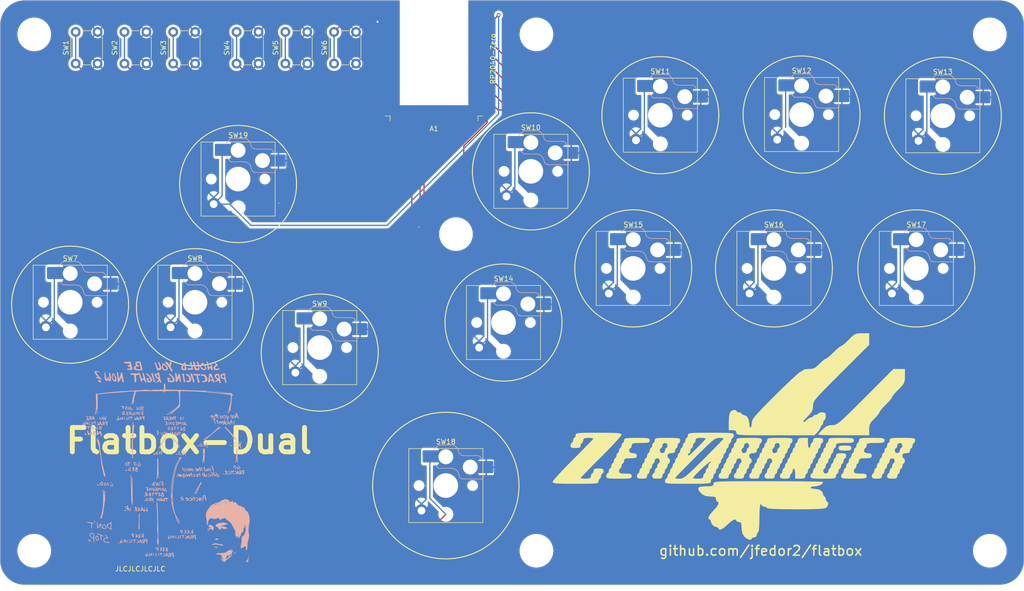
<source format=kicad_pcb>
(kicad_pcb (version 20221018) (generator pcbnew)
  (layers (0 "F.Cu" signal) (31 "B.Cu" signal) (34 "B.Paste" user) (35 "F.Paste" user) (36 "B.SilkS" user "B.Silkscreen") (37 "F.SilkS" user "F.Silkscreen") (38 "B.Mask" user) (39 "F.Mask" user) (44 "Edge.Cuts" user))
  (net 0 "")
  (net 1 "GND")
  (net 2 "LEFT")
  (net 3 "DOWN")
  (net 4 "RIGHT")
  (net 5 "UP")
  (net 6 "L1")
  (net 7 "R1")
  (net 8 "TRIANGLE")
  (net 9 "SQUARE")
  (net 10 "CIRCLE")
  (net 11 "CROSS")
  (net 12 "R2")
  (net 13 "L2")
  (net 14 "OPT1")
  (net 15 "OPT2")
  (net 16 "OPT3")
  (net 17 "OPT4")
  (net 18 "OPT5")
  (net 19 "OPT6")
  (net 23 "UP\\action")
  (footprint "PCM_Switch_Keyboard_Hotswap_Kailh:SW_Hotswap_Kailh_Choc_V1V2_Plated" (layer "F.Cu") (at 79.96535 91.98315)
    (fp_text reference "SW8" (at 0 -9) (layer "F.SilkS"))
    (fp_text value "SW_Push")
    (pad "" np_thru_hole circle (at -5.5 0) (size 1.9 1.9) (drill 1.9) (layers "*.Cu" "*.Mask"))
    (pad "" thru_hole circle (at -5 5.15) (size 2.6 2.6) (drill 1.6) (layers "*.Cu" "*.Mask") (net 3 "DOWN"))
    (pad "" np_thru_hole circle (at 0 0) (size 5.05 5.05) (drill 5.05) (layers "*.Cu" "*.Mask"))
    (pad "" np_thru_hole circle (at 5.5 0) (size 1.9 1.9) (drill 1.9) (layers "*.Cu" "*.Mask"))
    (pad "1" smd roundrect (at -2.85 -6) (size 3.85 2.5) (layers "B.Cu") (roundrect_rratio 0.1) (net 3 "DOWN"))
    (pad "1" thru_hole circle (at 0 -5.9) (size 3.6 3.6) (drill 3.05) (layers "*.Cu" "*.Mask") (net 3 "DOWN"))
    (pad "2" thru_hole circle (at 5 -3.8) (size 3.6 3.6) (drill 3.05) (layers "*.Cu" "*.Mask") (net 1 "GND"))
    (pad "2" smd roundrect (at 7.85 -3.8) (size 3.85 2.5) (layers "B.Cu") (roundrect_rratio 0.1) (net 1 "GND"))
  )
  (footprint "PCM_Switch_Keyboard_Hotswap_Kailh:SW_Hotswap_Kailh_Choc_V1V2_Plated" (layer "F.Cu") (at 105.551488 101.29307)
    (fp_text reference "SW9" (at 0 -9) (layer "F.SilkS"))
    (fp_text value "SW_Push")
    (pad "" np_thru_hole circle (at -5.5 0) (size 1.9 1.9) (drill 1.9) (layers "*.Cu" "*.Mask"))
    (pad "" thru_hole circle (at -5 5.15) (size 2.6 2.6) (drill 1.6) (layers "*.Cu" "*.Mask") (net 4 "RIGHT"))
    (pad "" np_thru_hole circle (at 0 0) (size 5.05 5.05) (drill 5.05) (layers "*.Cu" "*.Mask"))
    (pad "" np_thru_hole circle (at 5.5 0) (size 1.9 1.9) (drill 1.9) (layers "*.Cu" "*.Mask"))
    (pad "1" smd roundrect (at -2.85 -6) (size 3.85 2.5) (layers "B.Cu") (roundrect_rratio 0.1) (net 4 "RIGHT"))
    (pad "1" thru_hole circle (at 0 -5.9) (size 3.6 3.6) (drill 3.05) (layers "*.Cu" "*.Mask") (net 4 "RIGHT"))
    (pad "2" thru_hole circle (at 5 -3.8) (size 3.6 3.6) (drill 3.05) (layers "*.Cu" "*.Mask") (net 1 "GND"))
    (pad "2" smd roundrect (at 7.85 -3.8) (size 3.85 2.5) (layers "B.Cu") (roundrect_rratio 0.1) (net 1 "GND"))
  )
  (footprint "PCM_Switch_Keyboard_Hotswap_Kailh:SW_Hotswap_Kailh_Choc_V1V2_Plated" (layer "F.Cu") (at 131.42 129.62)
    (fp_text reference "SW18" (at 0 -9) (layer "F.SilkS"))
    (fp_text value "SW_Push")
    (pad "" np_thru_hole circle (at -5.5 0) (size 1.9 1.9) (drill 1.9) (layers "*.Cu" "*.Mask"))
    (pad "" thru_hole circle (at -5 5.15) (size 2.6 2.6) (drill 1.6) (layers "*.Cu" "*.Mask") (net 5 "UP"))
    (pad "" np_thru_hole circle (at 0 0) (size 5.05 5.05) (drill 5.05) (layers "*.Cu" "*.Mask"))
    (pad "" np_thru_hole circle (at 5.5 0) (size 1.9 1.9) (drill 1.9) (layers "*.Cu" "*.Mask"))
    (pad "1" smd roundrect (at -2.85 -6) (size 3.85 2.5) (layers "B.Cu") (roundrect_rratio 0.1) (net 5 "UP"))
    (pad "1" thru_hole circle (at 0 -5.9) (size 3.6 3.6) (drill 3.05) (layers "*.Cu" "*.Mask") (net 5 "UP"))
    (pad "2" thru_hole circle (at 5 -3.8) (size 3.6 3.6) (drill 3.05) (layers "*.Cu" "*.Mask") (net 1 "GND"))
    (pad "2" smd roundrect (at 7.85 -3.8) (size 3.85 2.5) (layers "B.Cu") (roundrect_rratio 0.1) (net 1 "GND"))
  )
  (footprint "PCM_Switch_Keyboard_Hotswap_Kailh:SW_Hotswap_Kailh_Choc_V1V2_Plated" (layer "F.Cu") (at 148.86 65.11)
    (fp_text reference "SW10" (at 0 -9) (layer "F.SilkS"))
    (fp_text value "SW_Push")
    (pad "" np_thru_hole circle (at -5.5 0) (size 1.9 1.9) (drill 1.9) (layers "*.Cu" "*.Mask"))
    (pad "" thru_hole circle (at -5 5.15) (size 2.6 2.6) (drill 1.6) (layers "*.Cu" "*.Mask") (net 9 "SQUARE"))
    (pad "" np_thru_hole circle (at 0 0) (size 5.05 5.05) (drill 5.05) (layers "*.Cu" "*.Mask"))
    (pad "" np_thru_hole circle (at 5.5 0) (size 1.9 1.9) (drill 1.9) (layers "*.Cu" "*.Mask"))
    (pad "1" smd roundrect (at -2.85 -6) (size 3.85 2.5) (layers "B.Cu") (roundrect_rratio 0.1) (net 9 "SQUARE"))
    (pad "1" thru_hole circle (at 0 -5.9) (size 3.6 3.6) (drill 3.05) (layers "*.Cu" "*.Mask") (net 9 "SQUARE"))
    (pad "2" thru_hole circle (at 5 -3.8) (size 3.6 3.6) (drill 3.05) (layers "*.Cu" "*.Mask") (net 1 "GND"))
    (pad "2" smd roundrect (at 7.85 -3.8) (size 3.85 2.5) (layers "B.Cu") (roundrect_rratio 0.1) (net 1 "GND"))
  )
  (footprint "PCM_Switch_Keyboard_Hotswap_Kailh:SW_Hotswap_Kailh_Choc_V1V2_Plated" (layer "F.Cu") (at 175.42 53.58)
    (fp_text reference "SW11" (at 0 -9) (layer "F.SilkS"))
    (fp_text value "SW_Push")
    (pad "" np_thru_hole circle (at -5.5 0) (size 1.9 1.9) (drill 1.9) (layers "*.Cu" "*.Mask"))
    (pad "" thru_hole circle (at -5 5.15) (size 2.6 2.6) (drill 1.6) (layers "*.Cu" "*.Mask") (net 8 "TRIANGLE"))
    (pad "" np_thru_hole circle (at 0 0) (size 5.05 5.05) (drill 5.05) (layers "*.Cu" "*.Mask"))
    (pad "" np_thru_hole circle (at 5.5 0) (size 1.9 1.9) (drill 1.9) (layers "*.Cu" "*.Mask"))
    (pad "1" smd roundrect (at -2.85 -6) (size 3.85 2.5) (layers "B.Cu") (roundrect_rratio 0.1) (net 8 "TRIANGLE"))
    (pad "1" thru_hole circle (at 0 -5.9) (size 3.6 3.6) (drill 3.05) (layers "*.Cu" "*.Mask") (net 8 "TRIANGLE"))
    (pad "2" thru_hole circle (at 5 -3.8) (size 3.6 3.6) (drill 3.05) (layers "*.Cu" "*.Mask") (net 1 "GND"))
    (pad "2" smd roundrect (at 7.85 -3.8) (size 3.85 2.5) (layers "B.Cu") (roundrect_rratio 0.1) (net 1 "GND"))
  )
  (footprint "PCM_Switch_Keyboard_Hotswap_Kailh:SW_Hotswap_Kailh_Choc_V1V2_Plated" (layer "F.Cu") (at 204.39 53.46)
    (fp_text reference "SW12" (at 0 -9) (layer "F.SilkS"))
    (fp_text value "SW_Push")
    (pad "" np_thru_hole circle (at -5.5 0) (size 1.9 1.9) (drill 1.9) (layers "*.Cu" "*.Mask"))
    (pad "" thru_hole circle (at -5 5.15) (size 2.6 2.6) (drill 1.6) (layers "*.Cu" "*.Mask") (net 7 "R1"))
    (pad "" np_thru_hole circle (at 0 0) (size 5.05 5.05) (drill 5.05) (layers "*.Cu" "*.Mask"))
    (pad "" np_thru_hole circle (at 5.5 0) (size 1.9 1.9) (drill 1.9) (layers "*.Cu" "*.Mask"))
    (pad "1" smd roundrect (at -2.85 -6) (size 3.85 2.5) (layers "B.Cu") (roundrect_rratio 0.1) (net 7 "R1"))
    (pad "1" thru_hole circle (at 0 -5.9) (size 3.6 3.6) (drill 3.05) (layers "*.Cu" "*.Mask") (net 7 "R1"))
    (pad "2" thru_hole circle (at 5 -3.8) (size 3.6 3.6) (drill 3.05) (layers "*.Cu" "*.Mask") (net 1 "GND"))
    (pad "2" smd roundrect (at 7.85 -3.8) (size 3.85 2.5) (layers "B.Cu") (roundrect_rratio 0.1) (net 1 "GND"))
  )
  (footprint "PCM_Switch_Keyboard_Hotswap_Kailh:SW_Hotswap_Kailh_Choc_V1V2_Plated" (layer "F.Cu") (at 233.36 53.7)
    (fp_text reference "SW13" (at 0 -9) (layer "F.SilkS"))
    (fp_text value "SW_Push")
    (pad "" np_thru_hole circle (at -5.5 0) (size 1.9 1.9) (drill 1.9) (layers "*.Cu" "*.Mask"))
    (pad "" thru_hole circle (at -5 5.15) (size 2.6 2.6) (drill 1.6) (layers "*.Cu" "*.Mask") (net 6 "L1"))
    (pad "" np_thru_hole circle (at 0 0) (size 5.05 5.05) (drill 5.05) (layers "*.Cu" "*.Mask"))
    (pad "" np_thru_hole circle (at 5.5 0) (size 1.9 1.9) (drill 1.9) (layers "*.Cu" "*.Mask"))
    (pad "1" smd roundrect (at -2.85 -6) (size 3.85 2.5) (layers "B.Cu") (roundrect_rratio 0.1) (net 6 "L1"))
    (pad "1" thru_hole circle (at 0 -5.9) (size 3.6 3.6) (drill 3.05) (layers "*.Cu" "*.Mask") (net 6 "L1"))
    (pad "2" thru_hole circle (at 5 -3.8) (size 3.6 3.6) (drill 3.05) (layers "*.Cu" "*.Mask") (net 1 "GND"))
    (pad "2" smd roundrect (at 7.85 -3.8) (size 3.85 2.5) (layers "B.Cu") (roundrect_rratio 0.1) (net 1 "GND"))
  )
  (footprint "PCM_Switch_Keyboard_Hotswap_Kailh:SW_Hotswap_Kailh_Choc_V1V2_Plated" (layer "F.Cu") (at 143.25 96.15)
    (fp_text reference "SW14" (at 0 -9) (layer "F.SilkS"))
    (fp_text value "SW_Push")
    (pad "" np_thru_hole circle (at -5.5 0) (size 1.9 1.9) (drill 1.9) (layers "*.Cu" "*.Mask"))
    (pad "" thru_hole circle (at -5 5.15) (size 2.6 2.6) (drill 1.6) (layers "*.Cu" "*.Mask") (net 11 "CROSS"))
    (pad "" np_thru_hole circle (at 0 0) (size 5.05 5.05) (drill 5.05) (layers "*.Cu" "*.Mask"))
    (pad "" np_thru_hole circle (at 5.5 0) (size 1.9 1.9) (drill 1.9) (layers "*.Cu" "*.Mask"))
    (pad "1" smd roundrect (at -2.85 -6) (size 3.85 2.5) (layers "B.Cu") (roundrect_rratio 0.1) (net 11 "CROSS"))
    (pad "1" thru_hole circle (at 0 -5.9) (size 3.6 3.6) (drill 3.05) (layers "*.Cu" "*.Mask") (net 11 "CROSS"))
    (pad "2" thru_hole circle (at 5 -3.8) (size 3.6 3.6) (drill 3.05) (layers "*.Cu" "*.Mask") (net 1 "GND"))
    (pad "2" smd roundrect (at 7.85 -3.8) (size 3.85 2.5) (layers "B.Cu") (roundrect_rratio 0.1) (net 1 "GND"))
  )
  (footprint "PCM_Switch_Keyboard_Hotswap_Kailh:SW_Hotswap_Kailh_Choc_V1V2_Plated" (layer "F.Cu") (at 169.86 85.04)
    (fp_text reference "SW15" (at 0 -9) (layer "F.SilkS"))
    (fp_text value "SW_Push")
    (pad "" np_thru_hole circle (at -5.5 0) (size 1.9 1.9) (drill 1.9) (layers "*.Cu" "*.Mask"))
    (pad "" thru_hole circle (at -5 5.15) (size 2.6 2.6) (drill 1.6) (layers "*.Cu" "*.Mask") (net 10 "CIRCLE"))
    (pad "" np_thru_hole circle (at 0 0) (size 5.05 5.05) (drill 5.05) (layers "*.Cu" "*.Mask"))
    (pad "" np_thru_hole circle (at 5.5 0) (size 1.9 1.9) (drill 1.9) (layers "*.Cu" "*.Mask"))
    (pad "1" smd roundrect (at -2.85 -6) (size 3.85 2.5) (layers "B.Cu") (roundrect_rratio 0.1) (net 10 "CIRCLE"))
    (pad "1" thru_hole circle (at 0 -5.9) (size 3.6 3.6) (drill 3.05) (layers "*.Cu" "*.Mask") (net 10 "CIRCLE"))
    (pad "2" thru_hole circle (at 5 -3.8) (size 3.6 3.6) (drill 3.05) (layers "*.Cu" "*.Mask") (net 1 "GND"))
    (pad "2" smd roundrect (at 7.85 -3.8) (size 3.85 2.5) (layers "B.Cu") (roundrect_rratio 0.1) (net 1 "GND"))
  )
  (footprint "PCM_Switch_Keyboard_Hotswap_Kailh:SW_Hotswap_Kailh_Choc_V1V2_Plated" (layer "F.Cu") (at 198.71 85.04)
    (fp_text reference "SW16" (at 0 -9) (layer "F.SilkS"))
    (fp_text value "SW_Push")
    (pad "" np_thru_hole circle (at -5.5 0) (size 1.9 1.9) (drill 1.9) (layers "*.Cu" "*.Mask"))
    (pad "" thru_hole circle (at -5 5.15) (size 2.6 2.6) (drill 1.6) (layers "*.Cu" "*.Mask") (net 12 "R2"))
    (pad "" np_thru_hole circle (at 0 0) (size 5.05 5.05) (drill 5.05) (layers "*.Cu" "*.Mask"))
    (pad "" np_thru_hole circle (at 5.5 0) (size 1.9 1.9) (drill 1.9) (layers "*.Cu" "*.Mask"))
    (pad "1" smd roundrect (at -2.85 -6) (size 3.85 2.5) (layers "B.Cu") (roundrect_rratio 0.1) (net 12 "R2"))
    (pad "1" thru_hole circle (at 0 -5.9) (size 3.6 3.6) (drill 3.05) (layers "*.Cu" "*.Mask") (net 12 "R2"))
    (pad "2" thru_hole circle (at 5 -3.8) (size 3.6 3.6) (drill 3.05) (layers "*.Cu" "*.Mask") (net 1 "GND"))
    (pad "2" smd roundrect (at 7.85 -3.8) (size 3.85 2.5) (layers "B.Cu") (roundrect_rratio 0.1) (net 1 "GND"))
  )
  (footprint "PCM_Switch_Keyboard_Hotswap_Kailh:SW_Hotswap_Kailh_Choc_V1V2_Plated" (layer "F.Cu") (at 227.92 85.04)
    (fp_text reference "SW17" (at 0 -9) (layer "F.SilkS"))
    (fp_text value "SW_Push")
    (pad "" np_thru_hole circle (at -5.5 0) (size 1.9 1.9) (drill 1.9) (layers "*.Cu" "*.Mask"))
    (pad "" thru_hole circle (at -5 5.15) (size 2.6 2.6) (drill 1.6) (layers "*.Cu" "*.Mask") (net 13 "L2"))
    (pad "" np_thru_hole circle (at 0 0) (size 5.05 5.05) (drill 5.05) (layers "*.Cu" "*.Mask"))
    (pad "" np_thru_hole circle (at 5.5 0) (size 1.9 1.9) (drill 1.9) (layers "*.Cu" "*.Mask"))
    (pad "1" smd roundrect (at -2.85 -6) (size 3.85 2.5) (layers "B.Cu") (roundrect_rratio 0.1) (net 13 "L2"))
    (pad "1" thru_hole circle (at 0 -5.9) (size 3.6 3.6) (drill 3.05) (layers "*.Cu" "*.Mask") (net 13 "L2"))
    (pad "2" thru_hole circle (at 5 -3.8) (size 3.6 3.6) (drill 3.05) (layers "*.Cu" "*.Mask") (net 1 "GND"))
    (pad "2" smd roundrect (at 7.85 -3.8) (size 3.85 2.5) (layers "B.Cu") (roundrect_rratio 0.1) (net 1 "GND"))
  )
  (footprint "MountingHole:MountingHole_6.4mm_M6" (layer "F.Cu") (at 47 37)
    (fp_text reference "H1" hide)
    (fp_text value "MountingHole")
    (pad "" np_thru_hole circle (at 0 0) (size 6.4 6.4) (drill 6.4) (layers "*.Cu" "*.Mask"))
  )
  (footprint "MountingHole:MountingHole_6.4mm_M6" (layer "F.Cu") (at 47 143)
    (fp_text reference "H4" hide)
    (fp_text value "MountingHole")
    (pad "" np_thru_hole circle (at 0 0) (size 6.4 6.4) (drill 6.4) (layers "*.Cu" "*.Mask"))
  )
  (footprint "MountingHole:MountingHole_6.4mm_M6" (layer "F.Cu") (at 243 143)
    (fp_text reference "H6" hide)
    (fp_text value "MountingHole")
    (pad "" np_thru_hole circle (at 0 0) (size 6.4 6.4) (drill 6.4) (layers "*.Cu" "*.Mask"))
  )
  (footprint "MountingHole:MountingHole_6.4mm_M6" (layer "F.Cu") (at 243 37)
    (fp_text reference "H3" hide)
    (fp_text value "MountingHole")
    (pad "" np_thru_hole circle (at 0 0) (size 6.4 6.4) (drill 6.4) (layers "*.Cu" "*.Mask"))
  )
  (footprint "PCM_Switch_Keyboard_Hotswap_Kailh:SW_Hotswap_Kailh_Choc_V1V2_Plated" (layer "F.Cu") (at 54.385121 91.98315)
    (fp_text reference "SW7" (at 0 -9) (layer "F.SilkS"))
    (fp_text value "SW_Push")
    (pad "" np_thru_hole circle (at -5.5 0) (size 1.9 1.9) (drill 1.9) (layers "*.Cu" "*.Mask"))
    (pad "" thru_hole circle (at -5 5.15) (size 2.6 2.6) (drill 1.6) (layers "*.Cu" "*.Mask") (net 2 "LEFT"))
    (pad "" np_thru_hole circle (at 0 0) (size 5.05 5.05) (drill 5.05) (layers "*.Cu" "*.Mask"))
    (pad "" np_thru_hole circle (at 5.5 0) (size 1.9 1.9) (drill 1.9) (layers "*.Cu" "*.Mask"))
    (pad "1" smd roundrect (at -2.85 -6) (size 3.85 2.5) (layers "B.Cu") (roundrect_rratio 0.1) (net 2 "LEFT"))
    (pad "1" thru_hole circle (at 0 -5.9) (size 3.6 3.6) (drill 3.05) (layers "*.Cu" "*.Mask") (net 2 "LEFT"))
    (pad "2" thru_hole circle (at 5 -3.8) (size 3.6 3.6) (drill 3.05) (layers "*.Cu" "*.Mask") (net 1 "GND"))
    (pad "2" smd roundrect (at 7.85 -3.8) (size 3.85 2.5) (layers "B.Cu") (roundrect_rratio 0.1) (net 1 "GND"))
  )
  (footprint "MountingHole:MountingHole_6.4mm_M6" (layer "F.Cu") (at 150 37)
    (fp_text reference "H2" hide)
    (fp_text value "MountingHole")
    (pad "" np_thru_hole circle (at 0 0) (size 6.4 6.4) (drill 6.4) (layers "*.Cu" "*.Mask"))
  )
  (footprint "Button_Switch_THT:SW_PUSH_6mm_H5mm" (layer "F.Cu") (at 88.5 43 90)
    (fp_text reference "SW4" (at 3.25 -2 90) (layer "F.SilkS"))
    (fp_text value "SW_Push")
    (pad "1" thru_hole circle (at 0 0 180) (size 2 2) (drill 1.1) (layers "*.Cu" "*.Mask") (net 17 "OPT4"))
    (pad "1" thru_hole circle (at 6.5 0 180) (size 2 2) (drill 1.1) (layers "*.Cu" "*.Mask") (net 17 "OPT4"))
    (pad "2" thru_hole circle (at 0 4.5 180) (size 2 2) (drill 1.1) (layers "*.Cu" "*.Mask") (net 1 "GND"))
    (pad "2" thru_hole circle (at 6.5 4.5 180) (size 2 2) (drill 1.1) (layers "*.Cu" "*.Mask") (net 1 "GND"))
  )
  (footprint "Button_Switch_THT:SW_PUSH_6mm_H5mm" (layer "F.Cu") (at 65.5 43 90)
    (fp_text reference "SW2" (at 3.25 -2 90) (layer "F.SilkS"))
    (fp_text value "SW_Push")
    (pad "1" thru_hole circle (at 0 0 180) (size 2 2) (drill 1.1) (layers "*.Cu" "*.Mask") (net 15 "OPT2"))
    (pad "1" thru_hole circle (at 6.5 0 180) (size 2 2) (drill 1.1) (layers "*.Cu" "*.Mask") (net 15 "OPT2"))
    (pad "2" thru_hole circle (at 0 4.5 180) (size 2 2) (drill 1.1) (layers "*.Cu" "*.Mask") (net 1 "GND"))
    (pad "2" thru_hole circle (at 6.5 4.5 180) (size 2 2) (drill 1.1) (layers "*.Cu" "*.Mask") (net 1 "GND"))
  )
  (footprint "Button_Switch_THT:SW_PUSH_6mm_H5mm" (layer "F.Cu") (at 98.5 43 90)
    (fp_text reference "SW5" (at 3.25 -2 90) (layer "F.SilkS"))
    (fp_text value "SW_Push")
    (pad "1" thru_hole circle (at 0 0 180) (size 2 2) (drill 1.1) (layers "*.Cu" "*.Mask") (net 18 "OPT5"))
    (pad "1" thru_hole circle (at 6.5 0 180) (size 2 2) (drill 1.1) (layers "*.Cu" "*.Mask") (net 18 "OPT5"))
    (pad "2" thru_hole circle (at 0 4.5 180) (size 2 2) (drill 1.1) (layers "*.Cu" "*.Mask") (net 1 "GND"))
    (pad "2" thru_hole circle (at 6.5 4.5 180) (size 2 2) (drill 1.1) (layers "*.Cu" "*.Mask") (net 1 "GND"))
  )
  (footprint "Button_Switch_THT:SW_PUSH_6mm_H5mm" (layer "F.Cu") (at 55.5 43 90)
    (fp_text reference "SW1" (at 3.25 -2 90) (layer "F.SilkS"))
    (fp_text value "SW_Push")
    (pad "1" thru_hole circle (at 0 0 180) (size 2 2) (drill 1.1) (layers "*.Cu" "*.Mask") (net 14 "OPT1"))
    (pad "1" thru_hole circle (at 6.5 0 180) (size 2 2) (drill 1.1) (layers "*.Cu" "*.Mask") (net 14 "OPT1"))
    (pad "2" thru_hole circle (at 0 4.5 180) (size 2 2) (drill 1.1) (layers "*.Cu" "*.Mask") (net 1 "GND"))
    (pad "2" thru_hole circle (at 6.5 4.5 180) (size 2 2) (drill 1.1) (layers "*.Cu" "*.Mask") (net 1 "GND"))
  )
  (footprint "Button_Switch_THT:SW_PUSH_6mm_H5mm" (layer "F.Cu") (at 75.5 43 90)
    (fp_text reference "SW3" (at 3.25 -2 90) (layer "F.SilkS"))
    (fp_text value "SW_Push")
    (pad "1" thru_hole circle (at 0 0 180) (size 2 2) (drill 1.1) (layers "*.Cu" "*.Mask") (net 16 "OPT3"))
    (pad "1" thru_hole circle (at 6.5 0 180) (size 2 2) (drill 1.1) (layers "*.Cu" "*.Mask") (net 16 "OPT3"))
    (pad "2" thru_hole circle (at 0 4.5 180) (size 2 2) (drill 1.1) (layers "*.Cu" "*.Mask") (net 1 "GND"))
    (pad "2" thru_hole circle (at 6.5 4.5 180) (size 2 2) (drill 1.1) (layers "*.Cu" "*.Mask") (net 1 "GND"))
  )
  (footprint "Button_Switch_THT:SW_PUSH_6mm_H5mm" (layer "F.Cu") (at 108.5 43 90)
    (fp_text reference "SW6" (at 3.25 -2 90) (layer "F.SilkS"))
    (fp_text value "SW_Push")
    (pad "1" thru_hole circle (at 0 0 180) (size 2 2) (drill 1.1) (layers "*.Cu" "*.Mask") (net 19 "OPT6"))
    (pad "1" thru_hole circle (at 6.5 0 180) (size 2 2) (drill 1.1) (layers "*.Cu" "*.Mask") (net 19 "OPT6"))
    (pad "2" thru_hole circle (at 0 4.5 180) (size 2 2) (drill 1.1) (layers "*.Cu" "*.Mask") (net 1 "GND"))
    (pad "2" thru_hole circle (at 6.5 4.5 180) (size 2 2) (drill 1.1) (layers "*.Cu" "*.Mask") (net 1 "GND"))
  )
  (footprint "MountingHole:MountingHole_6.4mm_M6" (layer "F.Cu") (at 133.5 78)
    (fp_text reference "H7" hide)
    (fp_text value "MountingHole")
    (pad "" np_thru_hole circle (at 0 0) (size 6.4 6.4) (drill 6.4) (layers "*.Cu" "*.Mask"))
  )
  (footprint "MountingHole:MountingHole_6.4mm_M6" (layer "F.Cu") (at 150 143)
    (fp_text reference "H5" hide)
    (fp_text value "MountingHole")
    (pad "" np_thru_hole circle (at 0 0) (size 6.4 6.4) (drill 6.4) (layers "*.Cu" "*.Mask"))
  )
  (footprint "RP2040-Zero:RP2040-Zero" (layer "F.Cu") (at 129 42)
    (fp_text reference "A1" (at 0 14.35 unlocked) (layer "F.SilkS"))
    (fp_text value "RP2040-Zero")
    (pad "1" smd roundrect (at 9.16 -10.16 180) (size 3 1.524) (layers "F.Cu" "F.Paste" "F.Mask"))
    (pad "2" smd roundrect (at 9.16 -7.62 180) (size 3 1.524) (layers "F.Cu" "F.Paste" "F.Mask") (net 23 "UP\\action"))
    (pad "3" smd roundrect (at 9.16 -5.08 180) (size 3 1.524) (layers "F.Cu" "F.Paste" "F.Mask") (net 6 "L1"))
    (pad "4" smd roundrect (at 9.16 -2.54 180) (size 3 1.524) (layers "F.Cu" "F.Paste" "F.Mask") (net 13 "L2"))
    (pad "5" smd roundrect (at 9.16 0 180) (size 3 1.524) (layers "F.Cu" "F.Paste" "F.Mask") (net 7 "R1"))
    (pad "6" smd roundrect (at 9.16 2.54 180) (size 3 1.524) (layers "F.Cu" "F.Paste" "F.Mask") (net 12 "R2"))
    (pad "7" smd roundrect (at 9.16 5.08 180) (size 3 1.524) (layers "F.Cu" "F.Paste" "F.Mask") (net 8 "TRIANGLE"))
    (pad "8" smd roundrect (at 9.16 7.62 180) (size 3 1.524) (layers "F.Cu" "F.Paste" "F.Mask") (net 10 "CIRCLE"))
    (pad "9" smd roundrect (at 9.16 10.16 180) (size 3 1.524) (layers "F.Cu" "F.Paste" "F.Mask") (net 9 "SQUARE"))
    (pad "10" smd roundrect (at 5.08 11.7 270) (size 3 1.524) (layers "F.Cu" "F.Paste" "F.Mask") (net 11 "CROSS"))
    (pad "11" smd roundrect (at 2.54 11.7 270) (size 3 1.524) (layers "F.Cu" "F.Paste" "F.Mask") (net 5 "UP"))
    (pad "12" smd roundrect (at 0 11.7 270) (size 3 1.524) (layers "F.Cu" "F.Paste" "F.Mask") (net 4 "RIGHT"))
    (pad "13" smd roundrect (at -2.54 11.7 270) (size 3 1.524) (layers "F.Cu" "F.Paste" "F.Mask") (net 3 "DOWN"))
    (pad "14" smd roundrect (at -5.08 11.7 90) (size 3 1.524) (layers "F.Cu" "F.Paste" "F.Mask") (net 2 "LEFT"))
    (pad "15" smd roundrect (at -9.16 10.16 180) (size 3 1.524) (layers "F.Cu" "F.Paste" "F.Mask") (net 14 "OPT1"))
    (pad "16" smd roundrect (at -9.16 7.62 180) (size 3 1.524) (layers "F.Cu" "F.Paste" "F.Mask") (net 15 "OPT2"))
    (pad "17" smd roundrect (at -9.16 5.08 180) (size 3 1.524) (layers "F.Cu" "F.Paste" "F.Mask") (net 16 "OPT3"))
    (pad "18" smd roundrect (at -9.16 2.54 180) (size 3 1.524) (layers "F.Cu" "F.Paste" "F.Mask") (net 17 "OPT4"))
    (pad "19" smd roundrect (at -9.16 0 180) (size 3 1.524) (layers "F.Cu" "F.Paste" "F.Mask") (net 18 "OPT5"))
    (pad "20" smd roundrect (at -9.16 -2.54 180) (size 3 1.524) (layers "F.Cu" "F.Paste" "F.Mask") (net 19 "OPT6"))
    (pad "21" smd roundrect (at -9.16 -5.08 180) (size 3 1.524) (layers "F.Cu" "F.Paste" "F.Mask"))
    (pad "22" smd roundrect (at -9.16 -10.16 180) (size 3 1.524) (layers "F.Cu" "F.Paste" "F.Mask"))
    (pad "23" smd roundrect (at -9.16 -7.62 180) (size 3 1.524) (layers "F.Cu" "F.Paste" "F.Mask") (net 1 "GND"))
  )
  (footprint "LOGO" (layer "F.Cu") (at 190.5 121.92)
    (fp_text reference "G***" hide)
    (fp_text value "LOGO" hide)
  )
  (footprint "PCM_Switch_Keyboard_Hotswap_Kailh:SW_Hotswap_Kailh_Choc_V1V2_Plated" (layer "F.Cu") (at 88.811691 66.698889)
    (fp_text reference "SW19" (at 0 -9) (layer "F.SilkS"))
    (fp_text value "SW_Push")
    (pad "" np_thru_hole circle (at -5.5 0) (size 1.9 1.9) (drill 1.9) (layers "*.Cu" "*.Mask"))
    (pad "" thru_hole circle (at -5 5.15) (size 2.6 2.6) (drill 1.6) (layers "*.Cu" "*.Mask") (net 23 "UP\\action"))
    (pad "" np_thru_hole circle (at 0 0) (size 5.05 5.05) (drill 5.05) (layers "*.Cu" "*.Mask"))
    (pad "" np_thru_hole circle (at 5.5 0) (size 1.9 1.9) (drill 1.9) (layers "*.Cu" "*.Mask"))
    (pad "1" smd roundrect (at -2.85 -6) (size 3.85 2.5) (layers "B.Cu") (roundrect_rratio 0.1) (net 23 "UP\\action"))
    (pad "1" thru_hole circle (at 0 -5.9) (size 3.6 3.6) (drill 3.05) (layers "*.Cu" "*.Mask") (net 23 "UP\\action"))
    (pad "2" thru_hole circle (at 5 -3.8) (size 3.6 3.6) (drill 3.05) (layers "*.Cu" "*.Mask") (net 1 "GND"))
    (pad "2" smd roundrect (at 7.85 -3.8) (size 3.85 2.5) (layers "B.Cu") (roundrect_rratio 0.1) (net 1 "GND"))
  )
  (footprint "LOGO" (layer "B.Cu") (at 73.66 124.46 180)
    (fp_text reference "G***" hide)
    (fp_text value "LOGO" hide)
  )
  (gr_line (start 216.382567 53.463258) (end 216.382567 53.463258) (stroke (width 0.2)) (layer "F.SilkS"))
  (gr_line (start 245.355098 53.699766) (end 245.355098 53.699766) (stroke (width 0.2)) (layer "F.SilkS"))
  (gr_curve (pts (xy 68.689181 88.90075) (xy 70.158811 84.862974) (xy 73.665117 81.913834) (xy 77.887306 81.164244)) (stroke (width 0.2)) (layer "F.SilkS"))
  (gr_curve (pts (xy 89.158672 85.266686) (xy 91.911229 88.554874) (xy 92.701546 93.067857) (xy 91.231914 97.105635)) (stroke (width 0.2)) (layer "F.SilkS"))
  (gr_curve (pts (xy 181.412661 63.9974) (xy 177.701476 66.145857) (xy 173.129108 66.145857) (xy 169.417923 63.9974)) (stroke (width 0.2)) (layer "F.SilkS"))
  (gr_curve (pts (xy 233.918028 74.621539) (xy 237.629213 76.769996) (xy 239.915397 80.740507) (xy 239.915397 85.037421)) (stroke (width 0.2)) (layer "F.SilkS"))
  (gr_line (start 187.41003 53.581518) (end 187.41003 53.581518) (stroke (width 0.2)) (layer "F.SilkS"))
  (gr_curve (pts (xy 233.918028 95.453303) (xy 230.206843 97.601759) (xy 225.634475 97.601759) (xy 221.92329 95.453303)) (stroke (width 0.2)) (layer "F.SilkS"))
  (gr_curve (pts (xy 123.913745 142.649412) (xy 119.271238 139.9618) (xy 116.411337 134.994889) (xy 116.411337 129.619665)) (stroke (width 0.2)) (layer "F.SilkS"))
  (gr_curve (pts (xy 204.70893 95.453303) (xy 200.997745 97.601759) (xy 196.425377 97.601759) (xy 192.714192 95.453303)) (stroke (width 0.2)) (layer "F.SilkS"))
  (gr_curve (pts (xy 192.714192 74.621539) (xy 196.425377 72.473082) (xy 200.997745 72.473082) (xy 204.70893 74.621539)) (stroke (width 0.2)) (layer "F.SilkS"))
  (gr_curve (pts (xy 239.915397 85.037421) (xy 239.915397 89.334334) (xy 237.629213 93.304846) (xy 233.918028 95.453303)) (stroke (width 0.2)) (layer "F.SilkS"))
  (gr_curve (pts (xy 142.865684 75.530868) (xy 139.154499 73.382411) (xy 136.868315 69.4119) (xy 136.868315 65.114986)) (stroke (width 0.2)) (layer "F.SilkS"))
  (gr_curve (pts (xy 210.706299 85.037421) (xy 210.706299 89.334334) (xy 208.420115 93.304846) (xy 204.70893 95.453303)) (stroke (width 0.2)) (layer "F.SilkS"))
  (gr_curve (pts (xy 210.385198 43.047376) (xy 214.096383 45.195832) (xy 216.382567 49.166344) (xy 216.382567 53.463258)) (stroke (width 0.2)) (layer "F.SilkS"))
  (gr_line (start 181.852021 85.037421) (end 181.852021 85.037421) (stroke (width 0.2)) (layer "F.SilkS"))
  (gr_curve (pts (xy 221.92329 95.453303) (xy 218.212105 93.304846) (xy 215.925921 89.334334) (xy 215.925921 85.037421)) (stroke (width 0.2)) (layer "F.SilkS"))
  (gr_curve (pts (xy 82.033789 104.842141) (xy 77.8116 105.591729) (xy 73.514981 104.027887) (xy 70.762423 100.739699)) (stroke (width 0.2)) (layer "F.SilkS"))
  (gr_curve (pts (xy 175.854652 95.453303) (xy 172.143467 97.601759) (xy 167.571099 97.601759) (xy 163.859914 95.453303)) (stroke (width 0.2)) (layer "F.SilkS"))
  (gr_line (start 239.915397 85.037421) (end 239.915397 85.037421) (stroke (width 0.2)) (layer "F.SilkS"))
  (gr_curve (pts (xy 186.716823 85.037421) (xy 186.716823 80.740507) (xy 189.003008 76.769996) (xy 192.714192 74.621539)) (stroke (width 0.2)) (layer "F.SilkS"))
  (gr_curve (pts (xy 138.918561 142.649412) (xy 134.276055 145.337024) (xy 128.556251 145.337024) (xy 123.913745 142.649412)) (stroke (width 0.2)) (layer "F.SilkS"))
  (gr_curve (pts (xy 169.417923 43.165636) (xy 173.129108 41.01718) (xy 177.701476 41.01718) (xy 181.412661 43.165636)) (stroke (width 0.2)) (layer "F.SilkS"))
  (gr_curve (pts (xy 63.55 84.75) (xy 66.302557 88.038189) (xy 67.092873 92.551171) (xy 65.623242 96.588949)) (stroke (width 0.2)) (layer "F.SilkS"))
  (gr_curve (pts (xy 245.355098 53.699766) (xy 245.355097 60.342218) (xy 239.98487 65.72699) (xy 233.36036 65.72699)) (stroke (width 0.2)) (layer "F.SilkS"))
  (gr_curve (pts (xy 160.857791 65.114986) (xy 160.857791 69.4119) (xy 158.571607 73.382411) (xy 154.860422 75.530868)) (stroke (width 0.2)) (layer "F.SilkS"))
  (gr_curve (pts (xy 52.278634 80.647558) (xy 56.500822 79.897969) (xy 60.797443 81.461811) (xy 63.55 84.75)) (stroke (width 0.2)) (layer "F.SilkS"))
  (gr_curve (pts (xy 131.255108 96.153426) (xy 131.255108 91.856513) (xy 133.541293 87.886001) (xy 137.252477 85.737546)) (stroke (width 0.2)) (layer "F.SilkS"))
  (gr_curve (pts (xy 192.393091 53.463258) (xy 192.393091 49.166344) (xy 194.679275 45.195832) (xy 198.39046 43.047376)) (stroke (width 0.2)) (layer "F.SilkS"))
  (gr_curve (pts (xy 107.626071 114.15697) (xy 103.403884 114.906559) (xy 99.107263 113.342717) (xy 96.354705 110.054529)) (stroke (width 0.2)) (layer "F.SilkS"))
  (gr_curve (pts (xy 94.281464 98.21558) (xy 95.751095 94.177801) (xy 99.257399 91.228663) (xy 103.479588 90.479074)) (stroke (width 0.2)) (layer "F.SilkS"))
  (gr_curve (pts (xy 137.252477 85.737546) (xy 140.963662 83.589088) (xy 145.53603 83.589088) (xy 149.247215 85.737546)) (stroke (width 0.2)) (layer "F.SilkS"))
  (gr_curve (pts (xy 154.860422 54.699104) (xy 158.571607 56.847561) (xy 160.857791 60.818073) (xy 160.857791 65.114986)) (stroke (width 0.2)) (layer "F.SilkS"))
  (gr_curve (pts (xy 98.005014 59.982425) (xy 100.757571 63.270615) (xy 101.547887 67.783597) (xy 100.078256 71.821374)) (stroke (width 0.2)) (layer "F.SilkS"))
  (gr_curve (pts (xy 221.92329 74.621539) (xy 225.634475 72.473082) (xy 230.206843 72.473082) (xy 233.918028 74.621539)) (stroke (width 0.2)) (layer "F.SilkS"))
  (gr_line (start 155.244584 96.153426) (end 155.244584 96.153426) (stroke (width 0.2)) (layer "F.SilkS"))
  (gr_curve (pts (xy 181.852021 85.037421) (xy 181.852021 89.334334) (xy 179.565837 93.304846) (xy 175.854652 95.453303)) (stroke (width 0.2)) (layer "F.SilkS"))
  (gr_curve (pts (xy 138.918561 116.589918) (xy 143.561067 119.277529) (xy 146.420969 124.244441) (xy 146.420969 129.619665)) (stroke (width 0.2)) (layer "F.SilkS"))
  (gr_curve (pts (xy 56.425117 104.325455) (xy 52.202929 105.075044) (xy 47.906309 103.511202) (xy 45.153751 100.223013)) (stroke (width 0.2)) (layer "F.SilkS"))
  (gr_curve (pts (xy 227.362991 43.283884) (xy 231.074176 41.135427) (xy 235.646544 41.135427) (xy 239.357729 43.283884)) (stroke (width 0.2)) (layer "F.SilkS"))
  (gr_curve (pts (xy 169.417923 63.9974) (xy 165.706739 61.848943) (xy 163.420555 57.878432) (xy 163.420555 53.581518)) (stroke (width 0.2)) (layer "F.SilkS"))
  (gr_curve (pts (xy 116.411337 129.619665) (xy 116.411337 124.244441) (xy 119.271238 119.277529) (xy 123.913745 116.589918)) (stroke (width 0.2)) (layer "F.SilkS"))
  (gr_line (start 160.857791 65.114986) (end 160.857791 65.114986) (stroke (width 0.2)) (layer "F.SilkS"))
  (gr_curve (pts (xy 149.247215 85.737546) (xy 152.9584 87.886001) (xy 155.244584 91.856513) (xy 155.244584 96.153426)) (stroke (width 0.2)) (layer "F.SilkS"))
  (gr_curve (pts (xy 215.925921 85.037421) (xy 215.925921 80.740507) (xy 218.212105 76.769996) (xy 221.92329 74.621539)) (stroke (width 0.2)) (layer "F.SilkS"))
  (gr_curve (pts (xy 163.859914 95.453303) (xy 160.148729 93.304846) (xy 157.862545 89.334334) (xy 157.862545 85.037421)) (stroke (width 0.2)) (layer "F.SilkS"))
  (gr_curve (pts (xy 181.412661 43.165636) (xy 185.123846 45.314093) (xy 187.41003 49.284605) (xy 187.41003 53.581518)) (stroke (width 0.2)) (layer "F.SilkS"))
  (gr_curve (pts (xy 163.859914 74.621539) (xy 167.571099 72.473082) (xy 172.143467 72.473082) (xy 175.854652 74.621539)) (stroke (width 0.2)) (layer "F.SilkS"))
  (gr_curve (pts (xy 239.357729 43.283884) (xy 243.068914 45.432341) (xy 245.355098 49.402853) (xy 245.355098 53.699766)) (stroke (width 0.2)) (layer "F.SilkS"))
  (gr_curve (pts (xy 65.623242 96.588949) (xy 64.153612 100.626724) (xy 60.647306 103.575866) (xy 56.425117 104.325455)) (stroke (width 0.2)) (layer "F.SilkS"))
  (gr_curve (pts (xy 163.420555 53.581518) (xy 163.420555 49.284605) (xy 165.706739 45.314093) (xy 169.417923 43.165636)) (stroke (width 0.2)) (layer "F.SilkS"))
  (gr_line (start 65.655028 87.79641) (end 65.655028 87.79641) (stroke (width 0.2)) (layer "F.SilkS"))
  (gr_curve (pts (xy 103.479588 90.479074) (xy 107.701777 89.729484) (xy 111.998397 91.293326) (xy 114.750954 94.581515)) (stroke (width 0.2)) (layer "F.SilkS"))
  (gr_curve (pts (xy 146.420969 129.619665) (xy 146.420969 134.994889) (xy 143.561067 139.9618) (xy 138.918561 142.649412)) (stroke (width 0.2)) (layer "F.SilkS"))
  (gr_curve (pts (xy 157.862545 85.037421) (xy 157.862545 80.740507) (xy 160.148729 76.769996) (xy 163.859914 74.621539)) (stroke (width 0.2)) (layer "F.SilkS"))
  (gr_curve (pts (xy 79.608765 75.455438) (xy 76.856207 72.167249) (xy 76.065891 67.654268) (xy 77.535523 63.616489)) (stroke (width 0.2)) (layer "F.SilkS"))
  (gr_curve (pts (xy 114.750954 94.581515) (xy 117.503512 97.869705) (xy 118.293828 102.382685) (xy 116.824196 106.420464)) (stroke (width 0.2)) (layer "F.SilkS"))
  (gr_curve (pts (xy 123.913745 116.589918) (xy 128.556251 113.902306) (xy 134.276055 113.902306) (xy 138.918561 116.589918)) (stroke (width 0.2)) (layer "F.SilkS"))
  (gr_curve (pts (xy 96.354705 110.054529) (xy 93.602148 106.766339) (xy 92.811834 102.253357) (xy 94.281464 98.21558)) (stroke (width 0.2)) (layer "F.SilkS"))
  (gr_curve (pts (xy 210.385198 63.879139) (xy 206.674013 66.027596) (xy 202.101645 66.027596) (xy 198.39046 63.879139)) (stroke (width 0.2)) (layer "F.SilkS"))
  (gr_curve (pts (xy 221.365622 53.699766) (xy 221.365622 49.402853) (xy 223.651806 45.432341) (xy 227.362991 43.283884)) (stroke (width 0.2)) (layer "F.SilkS"))
  (gr_curve (pts (xy 70.762423 100.739699) (xy 68.009866 97.45151) (xy 67.21955 92.938528) (xy 68.689181 88.90075)) (stroke (width 0.2)) (layer "F.SilkS"))
  (gr_curve (pts (xy 187.41003 53.581518) (xy 187.41003 57.878432) (xy 185.123846 61.848943) (xy 181.412661 63.9974)) (stroke (width 0.2)) (layer "F.SilkS"))
  (gr_curve (pts (xy 198.39046 63.879139) (xy 194.679275 61.730683) (xy 192.393091 57.760171) (xy 192.393091 53.463258)) (stroke (width 0.2)) (layer "F.SilkS"))
  (gr_curve (pts (xy 137.252477 106.569308) (xy 133.541293 104.420852) (xy 131.255108 100.45034) (xy 131.255108 96.153426)) (stroke (width 0.2)) (layer "F.SilkS"))
  (gr_curve (pts (xy 77.887306 81.164244) (xy 82.109494 80.414656) (xy 86.406114 81.978498) (xy 89.158672 85.266686)) (stroke (width 0.2)) (layer "F.SilkS"))
  (gr_curve (pts (xy 136.868315 65.114986) (xy 136.868315 60.818073) (xy 139.154499 56.847561) (xy 142.865684 54.699104)) (stroke (width 0.2)) (layer "F.SilkS"))
  (gr_line (start 125.917273 76.523042) (end 125.917273 76.523042) (stroke (width 0.2)) (layer "F.SilkS"))
  (gr_line (start 97.130699 71.64215) (end 97.130699 71.64215) (stroke (width 0.2)) (layer "F.SilkS"))
  (gr_curve (pts (xy 77.535523 63.616489) (xy 79.005153 59.578713) (xy 82.511459 56.629572) (xy 86.733648 55.879982)) (stroke (width 0.2)) (layer "F.SilkS"))
  (gr_curve (pts (xy 149.247215 106.569308) (xy 145.53603 108.717765) (xy 140.963662 108.717765) (xy 137.252477 106.569308)) (stroke (width 0.2)) (layer "F.SilkS"))
  (gr_curve (pts (xy 100.078256 71.821374) (xy 98.608625 75.859152) (xy 95.10232 78.808291) (xy 90.880131 79.55788)) (stroke (width 0.2)) (layer "F.SilkS"))
  (gr_curve (pts (xy 155.244584 96.153426) (xy 155.244584 100.45034) (xy 152.9584 104.420852) (xy 149.247215 106.569308)) (stroke (width 0.2)) (layer "F.SilkS"))
  (gr_curve (pts (xy 91.231914 97.105635) (xy 89.762283 101.143412) (xy 86.255978 104.092551) (xy 82.033789 104.842141)) (stroke (width 0.2)) (layer "F.SilkS"))
  (gr_curve (pts (xy 192.714192 95.453303) (xy 189.003008 93.304846) (xy 186.716823 89.334334) (xy 186.716823 85.037421)) (stroke (width 0.2)) (layer "F.SilkS"))
  (gr_curve (pts (xy 175.854652 74.621539) (xy 179.565837 76.769996) (xy 181.852021 80.740507) (xy 181.852021 85.037421)) (stroke (width 0.2)) (layer "F.SilkS"))
  (gr_curve (pts (xy 86.733648 55.879982) (xy 90.955835 55.130395) (xy 95.252456 56.694237) (xy 98.005014 59.982425)) (stroke (width 0.2)) (layer "F.SilkS"))
  (gr_curve (pts (xy 45.153751 100.223013) (xy 42.401193 96.934824) (xy 41.610878 92.421842) (xy 43.08051 88.384064)) (stroke (width 0.2)) (layer "F.SilkS"))
  (gr_curve (pts (xy 43.08051 88.384064) (xy 44.55014 84.346287) (xy 48.056445 81.397147) (xy 52.278634 80.647558)) (stroke (width 0.2)) (layer "F.SilkS"))
  (gr_line (start 146.420969 129.619665) (end 146.420969 129.619665) (stroke (width 0.2)) (layer "F.SilkS"))
  (gr_curve (pts (xy 116.824196 106.420464) (xy 115.354566 110.458241) (xy 111.84826 113.407381) (xy 107.626071 114.15697)) (stroke (width 0.2)) (layer "F.SilkS"))
  (gr_curve (pts (xy 233.36036 65.72699) (xy 226.73585 65.72699) (xy 221.365623 60.342218) (xy 221.365622 53.699766)) (stroke (width 0.2)) (layer "F.SilkS"))
  (gr_curve (pts (xy 154.860422 75.530868) (xy 151.149237 77.679325) (xy 146.576869 77.679325) (xy 142.865684 75.530868)) (stroke (width 0.2)) (layer "F.SilkS"))
  (gr_curve (pts (xy 90.880131 79.55788) (xy 86.657942 80.307469) (xy 82.361323 78.743628) (xy 79.608765 75.455438)) (stroke (width 0.2)) (layer "F.SilkS"))
  (gr_curve (pts (xy 204.70893 74.621539) (xy 208.420115 76.769996) (xy 210.706299 80.740507) (xy 210.706299 85.037421)) (stroke (width 0.2)) (layer "F.SilkS"))
  (gr_curve (pts (xy 198.39046 43.047376) (xy 202.101645 40.898919) (xy 206.674013 40.898919) (xy 210.385198 43.047376)) (stroke (width 0.2)) (layer "F.SilkS"))
  (gr_curve (pts (xy 216.382567 53.463258) (xy 216.382567 57.760171) (xy 214.096383 61.730683) (xy 210.385198 63.879139)) (stroke (width 0.2)) (layer "F.SilkS"))
  (gr_curve (pts (xy 142.865684 54.699104) (xy 146.576869 52.550648) (xy 151.149237 52.550648) (xy 154.860422 54.699104)) (stroke (width 0.2)) (layer "F.SilkS"))
  (gr_line (start 210.706299 85.037421) (end 210.706299 85.037421) (stroke (width 0.2)) (layer "F.SilkS"))
  (gr_line (start 250 35) (end 250 145) (stroke (width 0.05)) (layer "Edge.Cuts"))
  (gr_line (start 245 150) (end 45 150) (stroke (width 0.05)) (layer "Edge.Cuts"))
  (gr_line (start 40 145) (end 40 35) (stroke (width 0.05)) (layer "Edge.Cuts"))
  (gr_line (start 45 30) (end 122 30) (stroke (width 0.05)) (layer "Edge.Cuts"))
  (gr_line (start 136 30) (end 245 30) (stroke (width 0.05)) (layer "Edge.Cuts"))
  (gr_line (start 122 30) (end 122 51.5) (stroke (width 0.05)) (layer "Edge.Cuts"))
  (gr_arc (start 40 35) (mid 41.464466 31.464466) (end 45 30) (stroke (width 0.05)) (layer "Edge.Cuts"))
  (gr_line (start 136 51.5) (end 136 30) (stroke (width 0.05)) (layer "Edge.Cuts"))
  (gr_arc (start 45 150) (mid 41.464466 148.535534) (end 40 145) (stroke (width 0.05)) (layer "Edge.Cuts"))
  (gr_arc (start 250 145) (mid 248.535534 148.535534) (end 245 150) (stroke (width 0.05)) (layer "Edge.Cuts"))
  (gr_arc (start 245 30) (mid 248.535534 31.464466) (end 250 35) (stroke (width 0.05)) (layer "Edge.Cuts"))
  (gr_line (start 122 51.5) (end 136 51.5) (stroke (width 0.05)) (layer "Edge.Cuts"))
  (gr_text "JLCJLCJLCJLC" (at 63.5 147.32) (layer "F.SilkS") (effects (font (size 1 1)) (justify left bottom)))
  (gr_text "RP2040-Zero" (at 141.1 42 90) (layer "F.SilkS") (effects (font (size 1 1))))
  (gr_text "\n\n\n\n" (at 82 143) (layer "F.SilkS") (effects (font (size 2 2) (thickness 0.3))))
  (gr_text "github.com/jfedor2/flatbox" (at 196 143) (layer "F.SilkS") (effects (font (size 2 2) (thickness 0.3))))
  (gr_text "Flatbox-Dual\n\n" (at 78.74 124.46) (layer "F.SilkS") (effects (font (size 5 5) (thickness 1))))
  (segment (start 117.42 34.38) (end 117.4 34.4) (width 0.381) (layer "F.Cu") (net 1))
  (segment (start 119.84 34.38) (end 117.42 34.38) (width 0.381) (layer "F.Cu") (net 1))
  (via (at 117.4 34.4) (size 0.8) (drill 0.4) (layers "F.Cu" "B.Cu") (net 1))
  (segment (start 113.2 56.1) (end 108.7 51.6) (width 0.254) (layer "F.Cu") (net 2))
  (segment (start 63.5 101.6) (end 53.851971 101.6) (width 0.254) (layer "F.Cu") (net 2))
  (segment (start 77.15 51.6) (end 66.04 62.71) (width 0.254) (layer "F.Cu") (net 2))
  (segment (start 122.4 56.1) (end 113.2 56.1) (width 0.254) (layer "F.Cu") (net 2))
  (segment (start 53.851971 101.6) (end 49.385121 97.13315) (width 0.254) (layer "F.Cu") (net 2))
  (segment (start 66.04 62.71) (end 66.04 99.06) (width 0.254) (layer "F.Cu") (net 2))
  (segment (start 108.7 51.6) (end 77.15 51.6) (width 0.254) (layer "F.Cu") (net 2))
  (segment (start 66.04 99.06) (end 63.5 101.6) (width 0.254) (layer "F.Cu") (net 2))
  (segment (start 123.92 53.7) (end 123.92 54.58) (width 0.254) (layer "F.Cu") (net 2))
  (segment (start 123.92 54.58) (end 122.4 56.1) (width 0.254) (layer "F.Cu") (net 2))
  (segment (start 51.110121 86.03315) (end 51.110121 95.40815) (width 0.254) (layer "B.Cu") (net 2))
  (segment (start 51.110121 95.40815) (end 49.385121 97.13315) (width 0.254) (layer "B.Cu") (net 2))
  (segment (start 78.74 53.34) (end 68.58 63.5) (width 0.254) (layer "F.Cu") (net 3))
  (segment (start 123.3 57.7) (end 112.95 57.7) (width 0.254) (layer "F.Cu") (net 3))
  (segment (start 68.58 63.5) (end 68.58 93.98) (width 0.254) (layer "F.Cu") (net 3))
  (segment (start 68.58 93.98) (end 71.73315 97.13315) (width 0.254) (layer "F.Cu") (net 3))
  (segment (start 126.46 54.54) (end 123.3 57.7) (width 0.254) (layer "F.Cu") (net 3))
  (segment (start 71.73315 97.13315) (end 74.96535 97.13315) (width 0.254) (layer "F.Cu") (net 3))
  (segment (start 108.59 53.34) (end 78.74 53.34) (width 0.254) (layer "F.Cu") (net 3))
  (segment (start 112.95 57.7) (end 108.59 53.34) (width 0.254) (layer "F.Cu") (net 3))
  (segment (start 126.46 53.7) (end 126.46 54.54) (width 0.254) (layer "F.Cu") (net 3))
  (segment (start 76.69035 86.03315) (end 76.69035 95.40815) (width 0.254) (layer "B.Cu") (net 3))
  (segment (start 76.69035 95.40815) (end 74.96535 97.13315) (width 0.254) (layer "B.Cu") (net 3))
  (segment (start 129 54.5) (end 124.46 59.04) (width 0.254) (layer "F.Cu") (net 4))
  (segment (start 124.46 59.04) (end 124.46 101.6) (width 0.254) (layer "F.Cu") (net 4))
  (segment (start 105.868418 111.76) (end 100.551488 106.44307) (width 0.254) (layer "F.Cu") (net 4))
  (segment (start 124.46 101.6) (end 114.3 111.76) (width 0.254) (layer "F.Cu") (net 4))
  (segment (start 129 53.7) (end 129 54.5) (width 0.254) (layer "F.Cu") (net 4))
  (segment (start 114.3 111.76) (end 105.868418 111.76) (width 0.254) (layer "F.Cu") (net 4))
  (segment (start 102.276488 104.71807) (end 100.551488 106.44307) (width 0.254) (layer "B.Cu") (net 4))
  (segment (start 102.276488 95.34307) (end 102.276488 104.71807) (width 0.254) (layer "B.Cu") (net 4))
  (segment (start 131.54 53.7) (end 131.54 54.36) (width 0.254) (layer "F.Cu") (net 5))
  (segment (start 131.54 54.36) (end 126.14599 59.75401) (width 0.254) (layer "F.Cu") (net 5))
  (segment (start 114.2 140.5) (end 117.45 143.75) (width 0.254) (layer "F.Cu") (net 5))
  (segment (start 126.14599 102.80401) (end 114.2 114.75) (width 0.254) (layer "F.Cu") (net 5))
  (segment (start 117.45 143.75) (end 123.19 143.75) (width 0.254) (layer "F.Cu") (net 5))
  (segment (start 114.2 114.75) (end 114.2 140.5) (width 0.254) (layer "F.Cu") (net 5))
  (segment (start 123.19 143.75) (end 131.42 135.52) (width 0.254) (layer "F.Cu") (net 5))
  (segment (start 126.14599 59.75401) (end 126.14599 102.80401) (width 0.254) (layer "F.Cu") (net 5))
  (segment (start 128.145 123.67) (end 128.145 132.245) (width 0.254) (layer "B.Cu") (net 5))
  (segment (start 128.145 132.245) (end 131.42 135.52) (width 0.254) (layer "B.Cu") (net 5))
  (segment (start 228.36 61.63) (end 228.36 58.85) (width 0.254) (layer "F.Cu") (net 6))
  (segment (start 226.49 63.5) (end 228.36 61.63) (width 0.254) (layer "F.Cu") (net 6))
  (segment (start 219.8 47.75) (end 219.8 61.55) (width 0.254) (layer "F.Cu") (net 6))
  (segment (start 138.92 36.92) (end 148.6 46.6) (width 0.254) (layer "F.Cu") (net 6))
  (segment (start 153.375 46.6) (end 161.575 38.4) (width 0.254) (layer "F.Cu") (net 6))
  (segment (start 161.575 38.4) (end 210.45 38.4) (width 0.254) (layer "F.Cu") (net 6))
  (segment (start 210.45 38.4) (end 219.8 47.75) (width 0.254) (layer "F.Cu") (net 6))
  (segment (start 221.75 63.5) (end 226.49 63.5) (width 0.254) (layer "F.Cu") (net 6))
  (segment (start 148.6 46.6) (end 153.375 46.6) (width 0.254) (layer "F.Cu") (net 6))
  (segment (start 219.8 61.55) (end 221.75 63.5) (width 0.254) (layer "F.Cu") (net 6))
  (segment (start 138.16 36.92) (end 138.92 36.92) (width 0.254) (layer "F.Cu") (net 6))
  (segment (start 230.085 47.75) (end 230.085 57.125) (width 0.254) (layer "B.Cu") (net 6))
  (segment (start 230.085 57.125) (end 228.36 58.85) (width 0.254) (layer "B.Cu") (net 6))
  (segment (start 200.36 58.61) (end 201.11 59.36) (width 0.254) (layer "F.Cu") (net 7))
  (segment (start 190.9 62.85) (end 193.9 65.85) (width 0.254) (layer "F.Cu") (net 7))
  (segment (start 193.9 65.85) (end 198.35 65.85) (width 0.254) (layer "F.Cu") (net 7))
  (segment (start 139 42) (end 145.2 48.2) (width 0.254) (layer "F.Cu") (net 7))
  (segment (start 200.66 63.54) (end 200.66 59.88) (width 0.254) (layer "F.Cu") (net 7))
  (segment (start 145.2 48.2) (end 154.2 48.2) (width 0.254) (layer "F.Cu") (net 7))
  (segment (start 198.35 65.85) (end 200.66 63.54) (width 0.254) (layer "F.Cu") (net 7))
  (segment (start 184.25 40) (end 190.9 46.65) (width 0.254) (layer "F.Cu") (net 7))
  (segment (start 199.39 58.61) (end 200.36 58.61) (width 0.254) (layer "F.Cu") (net 7))
  (segment (start 154.2 48.2) (end 162.4 40) (width 0.254) (layer "F.Cu") (net 7))
  (segment (start 200.66 59.88) (end 199.39 58.61) (width 0.254) (layer "F.Cu") (net 7))
  (segment (start 190.9 46.65) (end 190.9 62.85) (width 0.254) (layer "F.Cu") (net 7))
  (segment (start 162.4 40) (end 184.25 40) (width 0.254) (layer "F.Cu") (net 7))
  (segment (start 201.115 47.51) (end 201.115 56.085) (width 0.254) (layer "B.Cu") (net 7))
  (segment (start 138.16 47.08) (end 139.08 47.08) (width 0.254) (layer "F.Cu") (net 8))
  (segment (start 164.13 58.73) (end 170.42 58.73) (width 0.254) (layer "F.Cu") (net 8))
  (segment (start 143.6 51.6) (end 157 51.6) (width 0.254) (layer "F.Cu") (net 8))
  (segment (start 139.08 47.08) (end 143.6 51.6) (width 0.254) (layer "F.Cu") (net 8))
  (segment (start 157 51.6) (end 164.13 58.73) (width 0.254) (layer "F.Cu") (net 8))
  (segment (start 172.145 57.005) (end 170.42 58.73) (width 0.254) (layer "B.Cu") (net 8))
  (segment (start 172.145 47.63) (end 172.145 57.005) (width 0.254) (layer "B.Cu") (net 8))
  (segment (start 138.96 52.16) (end 139.9 53.1) (width 0.254) (layer "F.Cu") (net 9))
  (segment (start 136.51 71.01) (end 143.11 71.01) (width 0.254) (layer "F.Cu") (net 9))
  (segment (start 138.16 52.16) (end 138.96 52.16) (width 0.254) (layer "F.Cu") (net 9))
  (segment (start 135.1 59.9) (end 135.1 69.6) (width 0.254) (layer "F.Cu") (net 9))
  (segment (start 139.9 55.1) (end 135.1 59.9) (width 0.254) (layer "F.Cu") (net 9))
  (segment (start 135.1 69.6) (end 136.51 71.01) (width 0.254) (layer "F.Cu") (net 9))
  (segment (start 139.9 53.1) (end 139.9 55.1) (width 0.254) (layer "F.Cu") (net 9))
  (segment (start 143.11 71.01) (end 143.86 70.26) (width 0.254) (layer "F.Cu") (net 9))
  (segment (start 145.585 68.535) (end 143.86 70.26) (width 0.254) (layer "B.Cu") (net 9))
  (segment (start 145.585 59.16) (end 145.585 68.535) (width 0.254) (layer "B.Cu") (net 9))
  (segment (start 156.65 78.05) (end 156.65 88.07) (width 0.254) (layer "F.Cu") (net 10))
  (segment (start 158.77 90.19) (end 164.86 90.19) (width 0.254) (layer "F.Cu") (net 10))
  (segment (start 156.525 52.5) (end 161.75 57.725) (width 0.254) (layer "F.Cu") (net 10))
  (segment (start 138.16 49.62) (end 139.22 49.62) (width 0.254) (layer "F.Cu") (net 10))
  (segment (start 156.65 88.07) (end 158.77 90.19) (width 0.254) (layer "F.Cu") (net 10))
  (segment (start 139.22 49.62) (end 142.1 52.5) (width 0.254) (layer "F.Cu") (net 10))
  (segment (start 161.75 72.95) (end 156.65 78.05) (width 0.254) (layer "F.Cu") (net 10))
  (segment (start 142.1 52.5) (end 156.525 52.5) (width 0.254) (layer "F.Cu") (net 10))
  (segment (start 161.75 57.725) (end 161.75 72.95) (width 0.254) (layer "F.Cu") (net 10))
  (segment (start 166.585 79.09) (end 166.585 88.465) (width 0.254) (layer "B.Cu") (net 10))
  (segment (start 166.585 88.465) (end 164.86 90.19) (width 0.254) (layer "B.Cu") (net 10))
  (segment (start 128.29 104.14) (end 135.41 104.14) (width 0.254) (layer "F.Cu") (net 11))
  (segment (start 135.41 104.14) (end 138.25 101.3) (width 0.254) (layer "F.Cu") (net 11))
  (segment (start 126.95 102.8) (end 128.29 104.14) (width 0.254) (layer "F.Cu") (net 11))
  (segment (start 134.08 53.7) (end 134.08 54.42) (width 0.254) (layer "F.Cu") (net 11))
  (segment (start 126.95 61.55) (end 126.95 102.8) (width 0.254) (layer "F.Cu") (net 11))
  (segment (start 134.08 54.42) (end 126.95 61.55) (width 0.254) (layer "F.Cu") (net 11))
  (segment (start 139.975 90.2) (end 139.975 99.575) (width 0.254) (layer "B.Cu") (net 11))
  (segment (start 139.975 99.575) (end 138.25 101.3) (width 0.254) (layer "B.Cu") (net 11))
  (segment (start 185.42 78.63) (end 185.42 88.9) (width 0.254) (layer "F.Cu") (net 12))
  (segment (start 188.7 75.35) (end 185.42 78.63) (width 0.254) (layer "F.Cu") (net 12))
  (segment (start 186.71 90.19) (end 193.71 90.19) (width 0.254) (layer "F.Cu") (net 12))
  (segment (start 154.6 49) (end 162.8 40.8) (width 0.254) (layer "F.Cu") (net 12))
  (segment (start 182.35 40.8) (end 188.7 47.15) (width 0.254) (layer "F.Cu") (net 12))
  (segment (start 139.04 44.54) (end 143.5 49) (width 0.254) (layer "F.Cu") (net 12))
  (segment (start 188.7 47.15) (end 188.7 75.35) (width 0.254) (layer "F.Cu") (net 12))
  (segment (start 162.8 40.8) (end 182.35 40.8) (width 0.254) (layer "F.Cu") (net 12))
  (segment (start 143.5 49) (end 154.6 49) (width 0.254) (layer "F.Cu") (net 12))
  (segment (start 185.42 88.9) (end 186.71 90.19) (width 0.254) (layer "F.Cu") (net 12))
  (segment (start 138.16 44.54) (end 139.04 44.54) (width 0.254) (layer "F.Cu") (net 12))
  (segment (start 195.435 88.465) (end 193.71 90.19) (width 0.254) (layer "B.Cu") (net 12))
  (segment (start 195.435 79.09) (end 195.435 88.465) (width 0.254) (layer "B.Cu") (net 12))
  (segment (start 138.16 39.46) (end 139.06 39.46) (width 0.254) (layer "F.Cu") (net 13))
  (segment (start 208.6 39.2) (end 218 48.6) (width 0.254) (layer "F.Cu") (net 13))
  (segment (start 139.06 39.46) (end 147 47.4) (width 0.254) (layer "F.Cu") (net 13))
  (segment (start 218 48.6) (end 218 75.25) (width 0.254) (layer "F.Cu") (net 13))
  (segment (start 153.8 47.4) (end 162 39.2) (width 0.254) (layer "F.Cu") (net 13))
  (segment (start 218 75.25) (end 214 79.25) (width 0.254) (layer "F.Cu") (net 13))
  (segment (start 217.19 90.19) (end 222.92 90.19) (width 0.254) (layer "F.Cu") (net 13))
  (segment (start 214 79.25) (end 214 87) (width 0.254) (layer "F.Cu") (net 13))
  (segment (start 147 47.4) (end 153.8 47.4) (width 0.254) (layer "F.Cu") (net 13))
  (segment (start 162 39.2) (end 208.6 39.2) (width 0.254) (layer "F.Cu") (net 13))
  (segment (start 214 87) (end 217.19 90.19) (width 0.254) (layer "F.Cu") (net 13))
  (segment (start 224.645 79.09) (end 224.645 88.465) (width 0.254) (layer "B.Cu") (net 13))
  (segment (start 224.645 88.465) (end 222.92 90.19) (width 0.254) (layer "B.Cu") (net 13))
  (segment (start 119.84 52.16) (end 119.06 52.16) (width 0.254) (layer "F.Cu") (net 14))
  (segment (start 115.7 48.8) (end 61.3 48.8) (width 0.254) (layer "F.Cu") (net 14))
  (segment (start 61.3 48.8) (end 55.5 43) (width 0.254) (layer "F.Cu") (net 14))
  (segment (start 119.06 52.16) (end 115.7 48.8) (width 0.254) (layer "F.Cu") (net 14))
  (segment (start 55.5 36.5) (end 55.5 43) (width 0.254) (layer "B.Cu") (net 14))
  (segment (start 70.5 48) (end 65.5 43) (width 0.254) (layer "F.Cu") (net 15))
  (segment (start 118.72 49.62) (end 117.1 48) (width 0.254) (layer "F.Cu") (net 15))
  (segment (start 119.84 49.62) (end 118.72 49.62) (width 0.254) (layer "F.Cu") (net 15))
  (segment (start 117.1 48) (end 70.5 48) (width 0.254) (layer "F.Cu") (net 15))
  (segment (start 65.5 36.5) (end 65.5 43) (width 0.254) (layer "B.Cu") (net 15))
  (segment (start 119.84 47.08) (end 119.72 47.2) (width 0.254) (layer "F.Cu") (net 16))
  (segment (start 79.7 47.2) (end 75.5 43) (width 0.254) (layer "F.Cu") (net 16))
  (segment (start 119.72 47.2) (end 79.7 47.2) (width 0.254) (layer "F.Cu") (net 16))
  (segment (start 75.5 36.5) (end 75.5 43) (width 0.254) (layer "B.Cu") (net 16))
  (segment (start 91.9 46.4) (end 88.5 43) (width 0.254) (layer "F.Cu") (net 17))
  (segment (start 117.05 46.4) (end 91.9 46.4) (width 0.254) (layer "F.Cu") (net 17))
  (segment (start 118.91 44.54) (end 117.05 46.4) (width 0.254) (layer "F.Cu") (net 17))
  (segment (start 119.84 44.54) (end 118.91 44.54) (width 0.254) (layer "F.Cu") (net 17))
  (segment (start 88.5 36.5) (end 88.5 43) (width 0.254) (layer "B.Cu") (net 17))
  (segment (start 119.84 42) (end 119.1 42) (width 0.254) (layer "F.Cu") (net 18))
  (segment (start 101.1 45.6) (end 98.5 43) (width 0.254) (layer "F.Cu") (net 18))
  (segment (start 119.1 42) (end 115.5 45.6) (width 0.254) (layer "F.Cu") (net 18))
  (segment (start 115.5 45.6) (end 101.1 45.6) (width 0.254) (layer "F.Cu") (net 18))
  (segment (start 98.5 36.5) (end 98.5 43) (width 0.254) (layer "B.Cu") (net 18))
  (segment (start 119.16 39.46) (end 119.84 39.46) (width 0.254) (layer "F.Cu") (net 19))
  (segment (start 110.7 34.3) (end 114 34.3) (width 0.254) (layer "F.Cu") (net 19))
  (segment (start 114 34.3) (end 119.16 39.46) (width 0.254) (layer "F.Cu") (net 19))
  (segment (start 108.5 36.5) (end 110.7 34.3) (width 0.254) (layer "F.Cu") (net 19))
  (segment (start 108.5 36.5) (end 108.5 43) (width 0.254) (layer "B.Cu") (net 19))
  (segment (start 140.88 34.38) (end 138.16 34.38) (width 0.254) (layer "F.Cu") (net 23))
  (segment (start 142.24 33.02) (end 140.88 34.38) (width 0.254) (layer "F.Cu") (net 23))
  (via (at 142.24 33.02) (size 0.8) (drill 0.4) (layers "F.Cu" "B.Cu") (net 23))
  (segment (start 91.44 76.2) (end 87.088889 71.848889) (width 0.254) (layer "B.Cu") (net 23))
  (segment (start 85.536691 60.748889) (end 85.536691 70.123889) (width 0.254) (layer "B.Cu") (net 23))
  (segment (start 87.088889 71.848889) (end 83.811691 71.848889) (width 0.254) (layer "B.Cu") (net 23))
  (segment (start 142.24 53.34) (end 119.38 76.2) (width 0.254) (layer "B.Cu") (net 23))
  (segment (start 119.38 76.2) (end 91.44 76.2) (width 0.254) (layer "B.Cu") (net 23))
  (segment (start 85.536691 70.123889) (end 83.811691 71.848889) (width 0.254) (layer "B.Cu") (net 23))
  (segment (start 142.24 33.02) (end 142.24 53.34) (width 0.254) (layer "B.Cu") (net 23))
  (zone (net 1) (net_name "GND") (layer "B.Cu") (connect_pads (clearance 0.508)) (min_thickness 0.254) (fill yes (thermal_gap 0.3) (thermal_bridge_width 0.3))
    (polygon (pts (xy 250 150) (xy 40 150) (xy 40 30) (xy 250 30)))
  )
)
</source>
